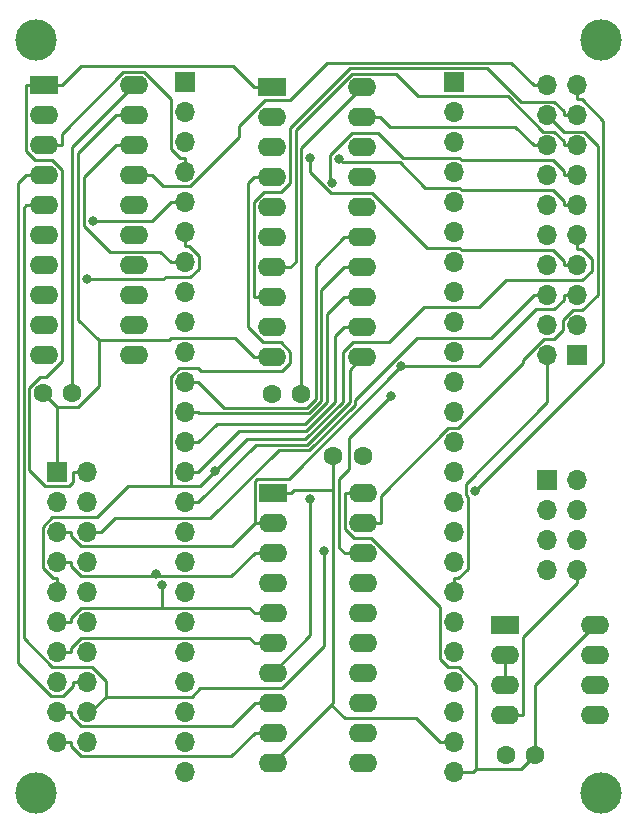
<source format=gbr>
%TF.GenerationSoftware,KiCad,Pcbnew,7.0.1*%
%TF.CreationDate,2023-06-01T10:42:52-07:00*%
%TF.ProjectId,tn_vdp_v2_board,746e5f76-6470-45f7-9632-5f626f617264,rev?*%
%TF.SameCoordinates,Original*%
%TF.FileFunction,Copper,L2,Bot*%
%TF.FilePolarity,Positive*%
%FSLAX46Y46*%
G04 Gerber Fmt 4.6, Leading zero omitted, Abs format (unit mm)*
G04 Created by KiCad (PCBNEW 7.0.1) date 2023-06-01 10:42:52*
%MOMM*%
%LPD*%
G01*
G04 APERTURE LIST*
%TA.AperFunction,ComponentPad*%
%ADD10R,2.400000X1.600000*%
%TD*%
%TA.AperFunction,ComponentPad*%
%ADD11O,2.400000X1.600000*%
%TD*%
%TA.AperFunction,ComponentPad*%
%ADD12R,1.700000X1.700000*%
%TD*%
%TA.AperFunction,ComponentPad*%
%ADD13O,1.700000X1.700000*%
%TD*%
%TA.AperFunction,ComponentPad*%
%ADD14C,1.600000*%
%TD*%
%TA.AperFunction,ComponentPad*%
%ADD15C,3.500000*%
%TD*%
%TA.AperFunction,ViaPad*%
%ADD16C,0.800000*%
%TD*%
%TA.AperFunction,Conductor*%
%ADD17C,0.250000*%
%TD*%
G04 APERTURE END LIST*
D10*
%TO.P,U3,1,DIR*%
%TO.N,VCC*%
X138337000Y-50800000D03*
D11*
%TO.P,U3,2,A0*%
%TO.N,~{RESET}*%
X138337000Y-53340000D03*
%TO.P,U3,3,A1*%
%TO.N,~{INT_3V3}*%
X138337000Y-55880000D03*
%TO.P,U3,4,A2*%
%TO.N,~{CSW}*%
X138337000Y-58420000D03*
%TO.P,U3,5,A3*%
%TO.N,~{CSR}*%
X138337000Y-60960000D03*
%TO.P,U3,6,A4*%
%TO.N,MODE*%
X138337000Y-63500000D03*
%TO.P,U3,7,A5*%
%TO.N,CPUCLK_3V3*%
X138337000Y-66040000D03*
%TO.P,U3,8,A6*%
%TO.N,GROMCLK_3V3*%
X138337000Y-68580000D03*
%TO.P,U3,9,A7*%
%TO.N,MODE1*%
X138337000Y-71120000D03*
%TO.P,U3,10,GND*%
%TO.N,GND*%
X138337000Y-73660000D03*
%TO.P,U3,11,B7*%
%TO.N,MODE1_3V3*%
X145957000Y-73660000D03*
%TO.P,U3,12,B6*%
%TO.N,GROMCLK*%
X145957000Y-71120000D03*
%TO.P,U3,13,B5*%
%TO.N,CPUCLK*%
X145957000Y-68580000D03*
%TO.P,U3,14,B4*%
%TO.N,MODE_3V3*%
X145957000Y-66040000D03*
%TO.P,U3,15,B3*%
%TO.N,~{CSR_3V3}*%
X145957000Y-63500000D03*
%TO.P,U3,16,B2*%
%TO.N,~{CSW_3V3}*%
X145957000Y-60960000D03*
%TO.P,U3,17,B1*%
%TO.N,~{INT}*%
X145957000Y-58420000D03*
%TO.P,U3,18,B0*%
%TO.N,~{RESET_3V3}*%
X145957000Y-55880000D03*
%TO.P,U3,19,~{0E}*%
%TO.N,GND*%
X145957000Y-53340000D03*
%TO.P,U3,20,VCC*%
%TO.N,VCC_3V3*%
X145957000Y-50800000D03*
%TD*%
D12*
%TO.P,J2,1,Pin_1*%
%TO.N,GND*%
X183525000Y-73660000D03*
D13*
%TO.P,J2,2,Pin_2*%
%TO.N,VCC*%
X180985000Y-73660000D03*
%TO.P,J2,3,Pin_3*%
%TO.N,GND*%
X183525000Y-71120000D03*
%TO.P,J2,4,Pin_4*%
%TO.N,CPUCLK*%
X180985000Y-71120000D03*
%TO.P,J2,5,Pin_5*%
%TO.N,CD0*%
X183525000Y-68580000D03*
%TO.P,J2,6,Pin_6*%
%TO.N,GROMCLK*%
X180985000Y-68580000D03*
%TO.P,J2,7,Pin_7*%
%TO.N,CD1*%
X183525000Y-66040000D03*
%TO.P,J2,8,Pin_8*%
%TO.N,AUDIO*%
X180985000Y-66040000D03*
%TO.P,J2,9,Pin_9*%
%TO.N,CD2*%
X183525000Y-63500000D03*
%TO.P,J2,10,Pin_10*%
%TO.N,MODE1*%
X180985000Y-63500000D03*
%TO.P,J2,11,Pin_11*%
%TO.N,CD3*%
X183525000Y-60960000D03*
%TO.P,J2,12,Pin_12*%
%TO.N,~{RESET}*%
X180985000Y-60960000D03*
%TO.P,J2,13,Pin_13*%
%TO.N,CD4*%
X183525000Y-58420000D03*
%TO.P,J2,14,Pin_14*%
%TO.N,MODE*%
X180985000Y-58420000D03*
%TO.P,J2,15,Pin_15*%
%TO.N,CD5*%
X183525000Y-55880000D03*
%TO.P,J2,16,Pin_16*%
%TO.N,~{CSW}*%
X180985000Y-55880000D03*
%TO.P,J2,17,Pin_17*%
%TO.N,CD6*%
X183525000Y-53340000D03*
%TO.P,J2,18,Pin_18*%
%TO.N,~{CSR}*%
X180985000Y-53340000D03*
%TO.P,J2,19,Pin_19*%
%TO.N,CD7*%
X183525000Y-50800000D03*
%TO.P,J2,20,Pin_20*%
%TO.N,~{INT}*%
X180985000Y-50800000D03*
%TD*%
D12*
%TO.P,J3,1,Pin_1*%
%TO.N,MODE_3V3*%
X150261100Y-50535000D03*
D13*
%TO.P,J3,2,Pin_2*%
%TO.N,~{CSW_3V3}*%
X150261100Y-53075000D03*
%TO.P,J3,3,Pin_3*%
%TO.N,~{CSR_3V3}*%
X150261100Y-55615000D03*
%TO.P,J3,4,Pin_4*%
%TO.N,~{INT_3V3}*%
X150261100Y-58155000D03*
%TO.P,J3,5,Pin_5*%
%TO.N,CPUCLK_3V3*%
X150261100Y-60695000D03*
%TO.P,J3,6,Pin_6*%
%TO.N,GROMCLK_3V3*%
X150261100Y-63235000D03*
%TO.P,J3,7,Pin_7*%
%TO.N,~{RESET_3V3}*%
X150261100Y-65775000D03*
%TO.P,J3,8,Pin_8*%
%TO.N,CD0_3V3*%
X150261100Y-68315000D03*
%TO.P,J3,9,Pin_9*%
%TO.N,CD1_3V3*%
X150261100Y-70855000D03*
%TO.P,J3,10,Pin_10*%
%TO.N,CD2_3V3*%
X150261100Y-73395000D03*
%TO.P,J3,11,Pin_11*%
%TO.N,CD3_3V3*%
X150261100Y-75935000D03*
%TO.P,J3,12,Pin_12*%
%TO.N,CD4_3V3*%
X150261100Y-78475000D03*
%TO.P,J3,13,Pin_13*%
%TO.N,CD5_3V3*%
X150261100Y-81015000D03*
%TO.P,J3,14,Pin_14*%
%TO.N,CD6_3V3*%
X150261100Y-83555000D03*
%TO.P,J3,15,Pin_15*%
%TO.N,CD7_3V3*%
X150261100Y-86095000D03*
%TO.P,J3,16,Pin_16*%
%TO.N,MODE1_3V3*%
X150261100Y-88635000D03*
%TO.P,J3,17,Pin_17*%
%TO.N,unconnected-(J3-Pin_17-Pad17)*%
X150261100Y-91175000D03*
%TO.P,J3,18,Pin_18*%
%TO.N,unconnected-(J3-Pin_18-Pad18)*%
X150261100Y-93715000D03*
%TO.P,J3,19,Pin_19*%
%TO.N,unconnected-(J3-Pin_19-Pad19)*%
X150261100Y-96255000D03*
%TO.P,J3,20,Pin_20*%
%TO.N,unconnected-(J3-Pin_20-Pad20)*%
X150261100Y-98795000D03*
%TO.P,J3,21,Pin_21*%
%TO.N,unconnected-(J3-Pin_21-Pad21)*%
X150261100Y-101335000D03*
%TO.P,J3,22,Pin_22*%
%TO.N,unconnected-(J3-Pin_22-Pad22)*%
X150261100Y-103875000D03*
%TO.P,J3,23,Pin_23*%
%TO.N,unconnected-(J3-Pin_23-Pad23)*%
X150261100Y-106415000D03*
%TO.P,J3,24,Pin_24*%
%TO.N,unconnected-(J3-Pin_24-Pad24)*%
X150261100Y-108955000D03*
%TD*%
D14*
%TO.P,C2,1*%
%TO.N,VCC_3V3*%
X160124000Y-76951000D03*
%TO.P,C2,2*%
%TO.N,GND*%
X157624000Y-76951000D03*
%TD*%
D15*
%TO.P,H1,1*%
%TO.N,N/C*%
X137668000Y-46990000D03*
%TD*%
D14*
%TO.P,C4,1*%
%TO.N,VCC_3V3*%
X179955000Y-107500000D03*
%TO.P,C4,2*%
%TO.N,GND*%
X177455000Y-107500000D03*
%TD*%
%TO.P,C1,1*%
%TO.N,VCC_3V3*%
X140750000Y-76835000D03*
%TO.P,C1,2*%
%TO.N,GND*%
X138250000Y-76835000D03*
%TD*%
D10*
%TO.P,U4,1,~{CS}/SHDN*%
%TO.N,ADC_CS*%
X177425000Y-96450000D03*
D11*
%TO.P,U4,2,CH0*%
%TO.N,AUDIO*%
X177425000Y-98990000D03*
%TO.P,U4,3,CH1*%
X177425000Y-101530000D03*
%TO.P,U4,4,VSS*%
%TO.N,GND*%
X177425000Y-104070000D03*
%TO.P,U4,5,DIN*%
%TO.N,ADC_MOSI*%
X185045000Y-104070000D03*
%TO.P,U4,6,DOUT*%
%TO.N,ADC_MISO*%
X185045000Y-101530000D03*
%TO.P,U4,7,CLK*%
%TO.N,ADC_CLK*%
X185045000Y-98990000D03*
%TO.P,U4,8,VDD/VREF*%
%TO.N,VCC_3V3*%
X185045000Y-96450000D03*
%TD*%
D14*
%TO.P,C3,1*%
%TO.N,VCC_3V3*%
X165331000Y-82158000D03*
%TO.P,C3,2*%
%TO.N,GND*%
X162831000Y-82158000D03*
%TD*%
D15*
%TO.P,H3,1*%
%TO.N,N/C*%
X137668000Y-110744000D03*
%TD*%
D12*
%TO.P,J7,1,Pin_1*%
%TO.N,USR1_1V8*%
X180960000Y-84170000D03*
D13*
%TO.P,J7,2,Pin_2*%
%TO.N,GND*%
X183500000Y-84170000D03*
%TO.P,J7,3,Pin_3*%
%TO.N,USR2_1V8*%
X180960000Y-86710000D03*
%TO.P,J7,4,Pin_4*%
%TO.N,GND*%
X183500000Y-86710000D03*
%TO.P,J7,5,Pin_5*%
%TO.N,USR3_1V8*%
X180960000Y-89250000D03*
%TO.P,J7,6,Pin_6*%
%TO.N,GND*%
X183500000Y-89250000D03*
%TO.P,J7,7,Pin_7*%
%TO.N,USR4_1V8*%
X180960000Y-91790000D03*
%TO.P,J7,8,Pin_8*%
%TO.N,GND*%
X183500000Y-91790000D03*
%TD*%
D15*
%TO.P,H4,1*%
%TO.N,N/C*%
X185500000Y-110744000D03*
%TD*%
D12*
%TO.P,J4,1,Pin_1*%
%TO.N,unconnected-(J4-Pin_1-Pad1)*%
X173078000Y-50535000D03*
D13*
%TO.P,J4,2,Pin_2*%
%TO.N,USR1_1V8*%
X173078000Y-53075000D03*
%TO.P,J4,3,Pin_3*%
%TO.N,USR2_1V8*%
X173078000Y-55615000D03*
%TO.P,J4,4,Pin_4*%
%TO.N,USR3_1V8*%
X173078000Y-58155000D03*
%TO.P,J4,5,Pin_5*%
%TO.N,USR4_1V8*%
X173078000Y-60695000D03*
%TO.P,J4,6,Pin_6*%
%TO.N,unconnected-(J4-Pin_6-Pad6)*%
X173078000Y-63235000D03*
%TO.P,J4,7,Pin_7*%
%TO.N,unconnected-(J4-Pin_7-Pad7)*%
X173078000Y-65775000D03*
%TO.P,J4,8,Pin_8*%
%TO.N,unconnected-(J4-Pin_8-Pad8)*%
X173078000Y-68315000D03*
%TO.P,J4,9,Pin_9*%
%TO.N,unconnected-(J4-Pin_9-Pad9)*%
X173078000Y-70855000D03*
%TO.P,J4,10,Pin_10*%
%TO.N,unconnected-(J4-Pin_10-Pad10)*%
X173078000Y-73395000D03*
%TO.P,J4,11,Pin_11*%
%TO.N,unconnected-(J4-Pin_11-Pad11)*%
X173078000Y-75935000D03*
%TO.P,J4,12,Pin_12*%
%TO.N,unconnected-(J4-Pin_12-Pad12)*%
X173078000Y-78475000D03*
%TO.P,J4,13,Pin_13*%
%TO.N,unconnected-(J4-Pin_13-Pad13)*%
X173078000Y-81015000D03*
%TO.P,J4,14,Pin_14*%
%TO.N,unconnected-(J4-Pin_14-Pad14)*%
X173078000Y-83555000D03*
%TO.P,J4,15,Pin_15*%
%TO.N,unconnected-(J4-Pin_15-Pad15)*%
X173078000Y-86095000D03*
%TO.P,J4,16,Pin_16*%
%TO.N,unconnected-(J4-Pin_16-Pad16)*%
X173078000Y-88635000D03*
%TO.P,J4,17,Pin_17*%
%TO.N,unconnected-(J4-Pin_17-Pad17)*%
X173078000Y-91175000D03*
%TO.P,J4,18,Pin_18*%
%TO.N,VCC*%
X173078000Y-93715000D03*
%TO.P,J4,19,Pin_19*%
%TO.N,ADC_CLK*%
X173078000Y-96255000D03*
%TO.P,J4,20,Pin_20*%
%TO.N,ADC_CS*%
X173078000Y-98795000D03*
%TO.P,J4,21,Pin_21*%
%TO.N,ADC_MISO*%
X173078000Y-101335000D03*
%TO.P,J4,22,Pin_22*%
%TO.N,ADC_MOSI*%
X173078000Y-103875000D03*
%TO.P,J4,23,Pin_23*%
%TO.N,GND*%
X173078000Y-106415000D03*
%TO.P,J4,24,Pin_24*%
%TO.N,VCC_3V3*%
X173078000Y-108955000D03*
%TD*%
D10*
%TO.P,U2,1,DIR*%
%TO.N,VCC*%
X157670200Y-50946400D03*
D11*
%TO.P,U2,2,A0*%
%TO.N,CD0*%
X157670200Y-53486400D03*
%TO.P,U2,3,A1*%
%TO.N,CD1*%
X157670200Y-56026400D03*
%TO.P,U2,4,A2*%
%TO.N,CD2*%
X157670200Y-58566400D03*
%TO.P,U2,5,A3*%
%TO.N,CD3*%
X157670200Y-61106400D03*
%TO.P,U2,6,A4*%
%TO.N,CD4*%
X157670200Y-63646400D03*
%TO.P,U2,7,A5*%
%TO.N,CD5*%
X157670200Y-66186400D03*
%TO.P,U2,8,A6*%
%TO.N,CD6*%
X157670200Y-68726400D03*
%TO.P,U2,9,A7*%
%TO.N,CD7*%
X157670200Y-71266400D03*
%TO.P,U2,10,GND*%
%TO.N,GND*%
X157670200Y-73806400D03*
%TO.P,U2,11,B7*%
%TO.N,CD7_3V3*%
X165290200Y-73806400D03*
%TO.P,U2,12,B6*%
%TO.N,CD6_3V3*%
X165290200Y-71266400D03*
%TO.P,U2,13,B5*%
%TO.N,CD5_3V3*%
X165290200Y-68726400D03*
%TO.P,U2,14,B4*%
%TO.N,CD4_3V3*%
X165290200Y-66186400D03*
%TO.P,U2,15,B3*%
%TO.N,CD3_3V3*%
X165290200Y-63646400D03*
%TO.P,U2,16,B2*%
%TO.N,CD2_3V3*%
X165290200Y-61106400D03*
%TO.P,U2,17,B1*%
%TO.N,CD1_3V3*%
X165290200Y-58566400D03*
%TO.P,U2,18,B0*%
%TO.N,CD0_3V3*%
X165290200Y-56026400D03*
%TO.P,U2,19,~{0E}*%
%TO.N,~{CSW}*%
X165290200Y-53486400D03*
%TO.P,U2,20,VCC*%
%TO.N,VCC_3V3*%
X165290200Y-50946400D03*
%TD*%
D15*
%TO.P,H2,1*%
%TO.N,N/C*%
X185500000Y-46990000D03*
%TD*%
D10*
%TO.P,U1,1,DIR*%
%TO.N,GND*%
X157711000Y-85333000D03*
D11*
%TO.P,U1,2,A0*%
%TO.N,CD0*%
X157711000Y-87873000D03*
%TO.P,U1,3,A1*%
%TO.N,CD1*%
X157711000Y-90413000D03*
%TO.P,U1,4,A2*%
%TO.N,CD2*%
X157711000Y-92953000D03*
%TO.P,U1,5,A3*%
%TO.N,CD3*%
X157711000Y-95493000D03*
%TO.P,U1,6,A4*%
%TO.N,CD4*%
X157711000Y-98033000D03*
%TO.P,U1,7,A5*%
%TO.N,CD5*%
X157711000Y-100573000D03*
%TO.P,U1,8,A6*%
%TO.N,CD6*%
X157711000Y-103113000D03*
%TO.P,U1,9,A7*%
%TO.N,CD7*%
X157711000Y-105653000D03*
%TO.P,U1,10,GND*%
%TO.N,GND*%
X157711000Y-108193000D03*
%TO.P,U1,11,B7*%
%TO.N,CD7_3V3*%
X165331000Y-108193000D03*
%TO.P,U1,12,B6*%
%TO.N,CD6_3V3*%
X165331000Y-105653000D03*
%TO.P,U1,13,B5*%
%TO.N,CD5_3V3*%
X165331000Y-103113000D03*
%TO.P,U1,14,B4*%
%TO.N,CD4_3V3*%
X165331000Y-100573000D03*
%TO.P,U1,15,B3*%
%TO.N,CD3_3V3*%
X165331000Y-98033000D03*
%TO.P,U1,16,B2*%
%TO.N,CD2_3V3*%
X165331000Y-95493000D03*
%TO.P,U1,17,B1*%
%TO.N,CD1_3V3*%
X165331000Y-92953000D03*
%TO.P,U1,18,B0*%
%TO.N,CD0_3V3*%
X165331000Y-90413000D03*
%TO.P,U1,19,~{0E}*%
%TO.N,~{CSR}*%
X165331000Y-87873000D03*
%TO.P,U1,20,VCC*%
%TO.N,VCC_3V3*%
X165331000Y-85333000D03*
%TD*%
D12*
%TO.P,J1,1,Pin_1*%
%TO.N,GND*%
X139460000Y-83540000D03*
D13*
%TO.P,J1,2,Pin_2*%
%TO.N,VCC*%
X142000000Y-83540000D03*
%TO.P,J1,3,Pin_3*%
%TO.N,GND*%
X139460000Y-86080000D03*
%TO.P,J1,4,Pin_4*%
%TO.N,CPUCLK*%
X142000000Y-86080000D03*
%TO.P,J1,5,Pin_5*%
%TO.N,CD0*%
X139460000Y-88620000D03*
%TO.P,J1,6,Pin_6*%
%TO.N,GROMCLK*%
X142000000Y-88620000D03*
%TO.P,J1,7,Pin_7*%
%TO.N,CD1*%
X139460000Y-91160000D03*
%TO.P,J1,8,Pin_8*%
%TO.N,AUDIO*%
X142000000Y-91160000D03*
%TO.P,J1,9,Pin_9*%
%TO.N,CD2*%
X139460000Y-93700000D03*
%TO.P,J1,10,Pin_10*%
%TO.N,MODE1*%
X142000000Y-93700000D03*
%TO.P,J1,11,Pin_11*%
%TO.N,CD3*%
X139460000Y-96240000D03*
%TO.P,J1,12,Pin_12*%
%TO.N,~{RESET}*%
X142000000Y-96240000D03*
%TO.P,J1,13,Pin_13*%
%TO.N,CD4*%
X139460000Y-98780000D03*
%TO.P,J1,14,Pin_14*%
%TO.N,MODE*%
X142000000Y-98780000D03*
%TO.P,J1,15,Pin_15*%
%TO.N,CD5*%
X139460000Y-101320000D03*
%TO.P,J1,16,Pin_16*%
%TO.N,~{CSW}*%
X142000000Y-101320000D03*
%TO.P,J1,17,Pin_17*%
%TO.N,CD6*%
X139460000Y-103860000D03*
%TO.P,J1,18,Pin_18*%
%TO.N,~{CSR}*%
X142000000Y-103860000D03*
%TO.P,J1,19,Pin_19*%
%TO.N,CD7*%
X139460000Y-106400000D03*
%TO.P,J1,20,Pin_20*%
%TO.N,~{INT}*%
X142000000Y-106400000D03*
%TD*%
D16*
%TO.N,CPUCLK_3V3*%
X142507900Y-62308900D03*
%TO.N,GROMCLK_3V3*%
X141981700Y-67165200D03*
%TO.N,CD0_3V3*%
X167780300Y-77067800D03*
%TO.N,~{CSR}*%
X162090800Y-90195600D03*
%TO.N,CD7*%
X174862900Y-85103300D03*
%TO.N,CD5*%
X160923000Y-85792800D03*
%TO.N,CD4*%
X162780300Y-59045600D03*
%TO.N,CD3*%
X163332800Y-56986600D03*
X148355700Y-93104000D03*
%TO.N,CD2*%
X152842900Y-83434000D03*
%TO.N,CD1*%
X147882600Y-92147200D03*
X160864700Y-56962100D03*
%TO.N,CD0*%
X168606200Y-74592300D03*
%TD*%
D17*
%TO.N,VCC_3V3*%
X174964000Y-108682200D02*
X178772800Y-108682200D01*
X163805900Y-88361800D02*
X163805900Y-85333000D01*
X165331000Y-85333000D02*
X163805900Y-85333000D01*
X174691200Y-108955000D02*
X174964000Y-108682200D01*
X173078000Y-108955000D02*
X174253100Y-108955000D01*
X173494500Y-100065000D02*
X172599100Y-100065000D01*
X174964000Y-108682200D02*
X174964000Y-101534500D01*
X172599100Y-100065000D02*
X171902800Y-99368700D01*
X164587100Y-89143000D02*
X163805900Y-88361800D01*
X171902800Y-99368700D02*
X171902800Y-94986100D01*
X178772800Y-108682200D02*
X179955000Y-107500000D01*
X174253100Y-108955000D02*
X174691200Y-108955000D01*
X140750000Y-56007000D02*
X145957000Y-50800000D01*
X171902800Y-94986100D02*
X166059700Y-89143000D01*
X140750000Y-76835000D02*
X140750000Y-56007000D01*
X160124000Y-76951000D02*
X160124000Y-56112600D01*
X179955000Y-107500000D02*
X179955000Y-101540000D01*
X166059700Y-89143000D02*
X164587100Y-89143000D01*
X174964000Y-101534500D02*
X173494500Y-100065000D01*
X165290200Y-50946400D02*
X165290000Y-50946400D01*
X179955000Y-101540000D02*
X185045000Y-96450000D01*
X160124000Y-56112600D02*
X165290200Y-50946400D01*
%TO.N,GND*%
X139438900Y-78023900D02*
X138250000Y-76835000D01*
X144431900Y-53340000D02*
X141256600Y-56515300D01*
X148925000Y-72390000D02*
X142986300Y-72390000D01*
X156145100Y-73806400D02*
X154542100Y-72203400D01*
X177425000Y-104070000D02*
X178950100Y-104070000D01*
X142986300Y-72390000D02*
X142986300Y-76267100D01*
X139460000Y-78023900D02*
X139438900Y-78023900D01*
X178950100Y-104070000D02*
X178950100Y-97515000D01*
X171902900Y-106415000D02*
X169870900Y-104383000D01*
X154542100Y-72203400D02*
X149111600Y-72203400D01*
X173078000Y-106415000D02*
X171902900Y-106415000D01*
X163805800Y-104383000D02*
X162663400Y-103240600D01*
X141229500Y-78023900D02*
X139460000Y-78023900D01*
X145957000Y-53340000D02*
X144431900Y-53340000D01*
X142986300Y-76267100D02*
X141229500Y-78023900D01*
X159532900Y-85036200D02*
X159236100Y-85333000D01*
X162831000Y-85036200D02*
X159532900Y-85036200D01*
X178950100Y-97515000D02*
X183500000Y-92965100D01*
X149111600Y-72203400D02*
X148925000Y-72390000D01*
X157670200Y-73806400D02*
X156145100Y-73806400D01*
X139460000Y-78023900D02*
X139460000Y-83540000D01*
X141256600Y-56515300D02*
X141256600Y-70660300D01*
X157711000Y-85333000D02*
X159236100Y-85333000D01*
X162831000Y-103073000D02*
X157711000Y-108193000D01*
X169870900Y-104383000D02*
X163805800Y-104383000D01*
X141256600Y-70660300D02*
X142986300Y-72390000D01*
X162831000Y-82158000D02*
X162831000Y-103073000D01*
X183500000Y-91790000D02*
X183500000Y-92965100D01*
%TO.N,AUDIO*%
X177425000Y-101530000D02*
X177425000Y-98990000D01*
%TO.N,VCC*%
X173445200Y-92539900D02*
X174260500Y-91724600D01*
X140824900Y-84347900D02*
X140457600Y-84715200D01*
X136811900Y-56368000D02*
X136811900Y-50800000D01*
X138501300Y-75491000D02*
X139862200Y-74130100D01*
X174260500Y-91724600D02*
X174260500Y-85615500D01*
X154390700Y-49192000D02*
X156145100Y-50946400D01*
X140457600Y-84715200D02*
X138416200Y-84715200D01*
X137087700Y-76392400D02*
X137989100Y-75491000D01*
X174087000Y-84530800D02*
X180985000Y-77632800D01*
X140824900Y-83540000D02*
X140824900Y-84347900D01*
X141470100Y-49192000D02*
X154390700Y-49192000D01*
X139862100Y-50800000D02*
X141470100Y-49192000D01*
X139065700Y-57150000D02*
X137593900Y-57150000D01*
X137903400Y-50800000D02*
X138337000Y-50800000D01*
X157670200Y-50946400D02*
X156145100Y-50946400D01*
X138337000Y-50800000D02*
X139862100Y-50800000D01*
X137989100Y-75491000D02*
X138501300Y-75491000D01*
X137903400Y-50800000D02*
X136811900Y-50800000D01*
X139862200Y-57946500D02*
X139065700Y-57150000D01*
X173078000Y-93715000D02*
X173078000Y-92539900D01*
X174087000Y-85442000D02*
X174087000Y-84530800D01*
X138416200Y-84715200D02*
X137087700Y-83386700D01*
X174260500Y-85615500D02*
X174087000Y-85442000D01*
X137593900Y-57150000D02*
X136811900Y-56368000D01*
X180985000Y-77632800D02*
X180985000Y-73660000D01*
X137087700Y-83386700D02*
X137087700Y-76392400D01*
X142000000Y-83540000D02*
X140824900Y-83540000D01*
X139862200Y-74130100D02*
X139862200Y-57946500D01*
X173078000Y-92539900D02*
X173445200Y-92539900D01*
%TO.N,~{INT_3V3}*%
X138337000Y-55880000D02*
X139862100Y-55880000D01*
X149086000Y-51934600D02*
X146821100Y-49669700D01*
X150261100Y-58155000D02*
X150261100Y-56979900D01*
X149893800Y-56979900D02*
X149086000Y-56172100D01*
X145076700Y-49669700D02*
X139862100Y-54884300D01*
X146821100Y-49669700D02*
X145076700Y-49669700D01*
X150261100Y-56979900D02*
X149893800Y-56979900D01*
X139862100Y-54884300D02*
X139862100Y-55880000D01*
X149086000Y-56172100D02*
X149086000Y-51934600D01*
%TO.N,CPUCLK_3V3*%
X150261100Y-60695000D02*
X149086000Y-60695000D01*
X147472100Y-62308900D02*
X142507900Y-62308900D01*
X149086000Y-60695000D02*
X147472100Y-62308900D01*
%TO.N,GROMCLK_3V3*%
X148511200Y-67165200D02*
X141981700Y-67165200D01*
X148630200Y-67046200D02*
X148511200Y-67165200D01*
X150731400Y-67046200D02*
X148630200Y-67046200D01*
X150628300Y-64410100D02*
X151468800Y-65250600D01*
X150261100Y-63235000D02*
X150261100Y-64410100D01*
X150261100Y-64410100D02*
X150628300Y-64410100D01*
X151468800Y-66308800D02*
X150731400Y-67046200D01*
X151468800Y-65250600D02*
X151468800Y-66308800D01*
%TO.N,~{RESET_3V3}*%
X148171300Y-64860300D02*
X143966600Y-64860300D01*
X149086000Y-65775000D02*
X148171300Y-64860300D01*
X145957000Y-55880000D02*
X144431900Y-55880000D01*
X143966600Y-64860300D02*
X141782000Y-62675700D01*
X150261100Y-65775000D02*
X149086000Y-65775000D01*
X141782000Y-58529900D02*
X144431900Y-55880000D01*
X141782000Y-62675700D02*
X141782000Y-58529900D01*
%TO.N,CD0_3V3*%
X163805900Y-90413000D02*
X163339000Y-89946100D01*
X164205800Y-83251600D02*
X164205800Y-80642300D01*
X163339000Y-84118400D02*
X164205800Y-83251600D01*
X165331000Y-90413000D02*
X163805900Y-90413000D01*
X164205800Y-80642300D02*
X167780300Y-77067800D01*
X163339000Y-89946100D02*
X163339000Y-84118400D01*
%TO.N,CD3_3V3*%
X165290200Y-63646400D02*
X163765100Y-63646400D01*
X153579600Y-78078400D02*
X151436200Y-75935000D01*
X161365500Y-66046000D02*
X161365500Y-77308800D01*
X161365500Y-77308800D02*
X160595900Y-78078400D01*
X150261100Y-75935000D02*
X151436200Y-75935000D01*
X163765100Y-63646400D02*
X161365500Y-66046000D01*
X160595900Y-78078400D02*
X153579600Y-78078400D01*
%TO.N,CD4_3V3*%
X160779600Y-78532800D02*
X161815700Y-77496700D01*
X150261100Y-78475000D02*
X151436200Y-78475000D01*
X161815700Y-68135800D02*
X163765100Y-66186400D01*
X151436200Y-78475000D02*
X151494000Y-78532800D01*
X151494000Y-78532800D02*
X160779600Y-78532800D01*
X165290200Y-66186400D02*
X163765100Y-66186400D01*
X161815700Y-77496700D02*
X161815700Y-68135800D01*
%TO.N,CD5_3V3*%
X165290200Y-68726400D02*
X163765100Y-68726400D01*
X151436200Y-81015000D02*
X152972900Y-79478300D01*
X150261100Y-81015000D02*
X151436200Y-81015000D01*
X162331700Y-77617400D02*
X162331700Y-70159800D01*
X152972900Y-79478300D02*
X160470800Y-79478300D01*
X160470800Y-79478300D02*
X162331700Y-77617400D01*
X162331700Y-70159800D02*
X163765100Y-68726400D01*
%TO.N,CD6_3V3*%
X150261100Y-83555000D02*
X151436200Y-83555000D01*
X154908700Y-80082500D02*
X160503300Y-80082500D01*
X165290200Y-71266400D02*
X163765100Y-71266400D01*
X163020300Y-77565500D02*
X163020300Y-72011200D01*
X151436200Y-83555000D02*
X154908700Y-80082500D01*
X163020300Y-72011200D02*
X163765100Y-71266400D01*
X160503300Y-80082500D02*
X163020300Y-77565500D01*
%TO.N,CD7_3V3*%
X160651400Y-81207700D02*
X164225200Y-77633900D01*
X164225200Y-77633900D02*
X164225200Y-74871400D01*
X150261100Y-86095000D02*
X151436200Y-86095000D01*
X164225200Y-74871400D02*
X165290200Y-73806400D01*
X151436200Y-86095000D02*
X156323500Y-81207700D01*
X156323500Y-81207700D02*
X160651400Y-81207700D01*
%TO.N,~{CSW}*%
X140824900Y-101320000D02*
X140824900Y-101687200D01*
X136181300Y-59050600D02*
X136811900Y-58420000D01*
X180985000Y-55880000D02*
X179809900Y-55880000D01*
X178274900Y-54345000D02*
X167673900Y-54345000D01*
X165290200Y-53486400D02*
X166815300Y-53486400D01*
X142000000Y-101320000D02*
X140824900Y-101320000D01*
X140824900Y-101687200D02*
X140001500Y-102510600D01*
X136181300Y-99719000D02*
X136181300Y-59050600D01*
X138337000Y-58420000D02*
X136811900Y-58420000D01*
X167673900Y-54345000D02*
X166815300Y-53486400D01*
X140001500Y-102510600D02*
X138972900Y-102510600D01*
X138972900Y-102510600D02*
X136181300Y-99719000D01*
X179809900Y-55880000D02*
X178274900Y-54345000D01*
%TO.N,~{CSR}*%
X136637300Y-61134600D02*
X136811900Y-60960000D01*
X142293800Y-103860000D02*
X143614700Y-102539100D01*
X182287400Y-71518500D02*
X182287400Y-70672900D01*
X172538300Y-79839800D02*
X173375200Y-79839800D01*
X142448000Y-100050000D02*
X139066800Y-100050000D01*
X180685200Y-72295200D02*
X181510700Y-72295200D01*
X181510700Y-72295200D02*
X182287400Y-71518500D01*
X138337000Y-60960000D02*
X136811900Y-60960000D01*
X139066800Y-100050000D02*
X136637300Y-97620500D01*
X142000000Y-103860000D02*
X142293800Y-103860000D01*
X166856100Y-85522000D02*
X172538300Y-79839800D01*
X143614700Y-102539100D02*
X143614700Y-101216700D01*
X185245500Y-68524100D02*
X185245500Y-55908400D01*
X178949500Y-74030900D02*
X180685200Y-72295200D01*
X183919600Y-69850000D02*
X185245500Y-68524100D01*
X158508500Y-101843000D02*
X162090800Y-98260700D01*
X183110300Y-69850000D02*
X183919600Y-69850000D01*
X151581100Y-101843000D02*
X158508500Y-101843000D01*
X178949500Y-74265500D02*
X178949500Y-74030900D01*
X185245500Y-55908400D02*
X184041900Y-54704800D01*
X184041900Y-54704800D02*
X182349800Y-54704800D01*
X143614700Y-101216700D02*
X142448000Y-100050000D01*
X182287400Y-70672900D02*
X183110300Y-69850000D01*
X165331000Y-87873000D02*
X166856100Y-87873000D01*
X173375200Y-79839800D02*
X178949500Y-74265500D01*
X182349800Y-54704800D02*
X180985000Y-53340000D01*
X150885000Y-102539100D02*
X151581100Y-101843000D01*
X136637300Y-97620500D02*
X136637300Y-61134600D01*
X166856100Y-87873000D02*
X166856100Y-85522000D01*
X143614700Y-102539100D02*
X150885000Y-102539100D01*
X162090800Y-98260700D02*
X162090800Y-90195600D01*
%TO.N,~{INT}*%
X180985000Y-50800000D02*
X179809900Y-50800000D01*
X150742200Y-59340300D02*
X154895200Y-55187300D01*
X157039300Y-52071600D02*
X159159800Y-52071600D01*
X177900800Y-48890900D02*
X179809900Y-50800000D01*
X148402400Y-59340300D02*
X150742200Y-59340300D01*
X162340500Y-48890900D02*
X177900800Y-48890900D01*
X154895200Y-55187300D02*
X154895200Y-54215700D01*
X147482100Y-58420000D02*
X148402400Y-59340300D01*
X145957000Y-58420000D02*
X147482100Y-58420000D01*
X154895200Y-54215700D02*
X157039300Y-52071600D01*
X159159800Y-52071600D02*
X162340500Y-48890900D01*
%TO.N,CD7*%
X157711000Y-105653000D02*
X156185900Y-105653000D01*
X174862900Y-85103300D02*
X185695700Y-74270500D01*
X154231100Y-107607800D02*
X156185900Y-105653000D01*
X185695700Y-53780600D02*
X183890200Y-51975100D01*
X185695700Y-74270500D02*
X185695700Y-53780600D01*
X140635100Y-106767200D02*
X141475700Y-107607800D01*
X183890200Y-51975100D02*
X183525000Y-51975100D01*
X139460000Y-106400000D02*
X140635100Y-106400000D01*
X141475700Y-107607800D02*
X154231100Y-107607800D01*
X140635100Y-106400000D02*
X140635100Y-106767200D01*
X183525000Y-50800000D02*
X183525000Y-51975100D01*
%TO.N,CD6*%
X157670200Y-68726400D02*
X156145100Y-68726400D01*
X159195300Y-54377300D02*
X164231500Y-49341100D01*
X164231500Y-49341100D02*
X175905200Y-49341100D01*
X141470600Y-105062700D02*
X154236200Y-105062700D01*
X154236200Y-105062700D02*
X156185900Y-103113000D01*
X178729000Y-52164900D02*
X181542100Y-52164900D01*
X157711000Y-103113000D02*
X156185900Y-103113000D01*
X182349900Y-52972700D02*
X182349900Y-53340000D01*
X140635100Y-103860000D02*
X140635100Y-104227200D01*
X158442800Y-59792500D02*
X159195300Y-59040000D01*
X159195300Y-59040000D02*
X159195300Y-54377300D01*
X156982000Y-59792500D02*
X158442800Y-59792500D01*
X183525000Y-53340000D02*
X182349900Y-53340000D01*
X175905200Y-49341100D02*
X178729000Y-52164900D01*
X139460000Y-103860000D02*
X140635100Y-103860000D01*
X181542100Y-52164900D02*
X182349900Y-52972700D01*
X140635100Y-104227200D02*
X141470600Y-105062700D01*
X156145100Y-60629400D02*
X156982000Y-59792500D01*
X156145100Y-68726400D02*
X156145100Y-60629400D01*
%TO.N,CD5*%
X160923000Y-97361000D02*
X160923000Y-85792800D01*
X182349900Y-55880000D02*
X182349900Y-55512700D01*
X181542100Y-54704900D02*
X180632300Y-54704900D01*
X164418000Y-49791300D02*
X159673800Y-54535500D01*
X157711000Y-100573000D02*
X160923000Y-97361000D01*
X170048700Y-51710200D02*
X168129800Y-49791300D01*
X159673800Y-65707900D02*
X159195300Y-66186400D01*
X177637600Y-51710200D02*
X170048700Y-51710200D01*
X168129800Y-49791300D02*
X164418000Y-49791300D01*
X183525000Y-55880000D02*
X182349900Y-55880000D01*
X159673800Y-54535500D02*
X159673800Y-65707900D01*
X180632300Y-54704900D02*
X177637600Y-51710200D01*
X157670200Y-66186400D02*
X159195300Y-66186400D01*
X182349900Y-55512700D02*
X181542100Y-54704900D01*
%TO.N,CD4*%
X141459400Y-97588500D02*
X155741400Y-97588500D01*
X162780300Y-59045600D02*
X162566200Y-58831500D01*
X166679600Y-54850400D02*
X168752900Y-56923700D01*
X162566200Y-58831500D02*
X162566200Y-56690700D01*
X140635100Y-98412800D02*
X141459400Y-97588500D01*
X157711000Y-98033000D02*
X156185900Y-98033000D01*
X173735000Y-57150000D02*
X181445100Y-57150000D01*
X139460000Y-98780000D02*
X140635100Y-98780000D01*
X182349900Y-58054800D02*
X182349900Y-58420000D01*
X173508700Y-56923700D02*
X173735000Y-57150000D01*
X183525000Y-58420000D02*
X182349900Y-58420000D01*
X140635100Y-98780000D02*
X140635100Y-98412800D01*
X155741400Y-97588500D02*
X156185900Y-98033000D01*
X168752900Y-56923700D02*
X173508700Y-56923700D01*
X164406500Y-54850400D02*
X166679600Y-54850400D01*
X162566200Y-56690700D02*
X164406500Y-54850400D01*
X181445100Y-57150000D02*
X182349900Y-58054800D01*
%TO.N,CD3*%
X155741400Y-95048500D02*
X156185900Y-95493000D01*
X139460000Y-96240000D02*
X140635100Y-96240000D01*
X141459400Y-95048500D02*
X148355700Y-95048500D01*
X140635100Y-95872800D02*
X141459400Y-95048500D01*
X148355700Y-95048500D02*
X155741400Y-95048500D01*
X173508700Y-59463700D02*
X173735000Y-59690000D01*
X183525000Y-60960000D02*
X182349900Y-60960000D01*
X148355700Y-95048500D02*
X148355700Y-93104000D01*
X140635100Y-96240000D02*
X140635100Y-95872800D01*
X181445100Y-59690000D02*
X182349900Y-60594800D01*
X163332800Y-56986600D02*
X163642600Y-57296400D01*
X168488900Y-57296400D02*
X170656200Y-59463700D01*
X157711000Y-95493000D02*
X156185900Y-95493000D01*
X170656200Y-59463700D02*
X173508700Y-59463700D01*
X163642600Y-57296400D02*
X168488900Y-57296400D01*
X182349900Y-60594800D02*
X182349900Y-60960000D01*
X173735000Y-59690000D02*
X181445100Y-59690000D01*
%TO.N,CD2*%
X163662600Y-77559900D02*
X163662600Y-73405600D01*
X155656400Y-59055100D02*
X156145100Y-58566400D01*
X158502600Y-74985300D02*
X159212500Y-74275400D01*
X163662600Y-73405600D02*
X164531800Y-72536400D01*
X184750800Y-66485300D02*
X184750800Y-65533700D01*
X183525000Y-63500000D02*
X183525000Y-64675100D01*
X184750800Y-65533700D02*
X183892200Y-64675100D01*
X149784600Y-74749200D02*
X151436300Y-74749200D01*
X175203100Y-69585000D02*
X177478100Y-67310000D01*
X151436300Y-74749200D02*
X151672400Y-74985300D01*
X183892200Y-64675100D02*
X183525000Y-64675100D01*
X160464900Y-80757600D02*
X163662600Y-77559900D01*
X149085200Y-84734100D02*
X151542800Y-84734100D01*
X164531800Y-72536400D02*
X167600100Y-72536400D01*
X151542800Y-84734100D02*
X152842900Y-83434000D01*
X159212500Y-74275400D02*
X159212500Y-73332600D01*
X139092800Y-92524900D02*
X138238600Y-91670700D01*
X170551500Y-69585000D02*
X175203100Y-69585000D01*
X145435800Y-84734100D02*
X149085200Y-84734100D01*
X138238600Y-91670700D02*
X138238600Y-88143100D01*
X152842900Y-83434000D02*
X155519300Y-80757600D01*
X149085200Y-84734100D02*
X149085200Y-75448600D01*
X149085200Y-75448600D02*
X149784600Y-74749200D01*
X139460000Y-92524900D02*
X139092800Y-92524900D01*
X159212500Y-73332600D02*
X158416300Y-72536400D01*
X157670200Y-58566400D02*
X156145100Y-58566400D01*
X138238600Y-88143100D02*
X139031700Y-87350000D01*
X155656400Y-71257900D02*
X155656400Y-59055100D01*
X155519300Y-80757600D02*
X160464900Y-80757600D01*
X158416300Y-72536400D02*
X156934900Y-72536400D01*
X156934900Y-72536400D02*
X155656400Y-71257900D01*
X151672400Y-74985300D02*
X158502600Y-74985300D01*
X139460000Y-93700000D02*
X139460000Y-92524900D01*
X167600100Y-72536400D02*
X170551500Y-69585000D01*
X142819900Y-87350000D02*
X145435800Y-84734100D01*
X177478100Y-67310000D02*
X183926100Y-67310000D01*
X183926100Y-67310000D02*
X184750800Y-66485300D01*
X139031700Y-87350000D02*
X142819900Y-87350000D01*
%TO.N,CD1*%
X182349900Y-66040000D02*
X182349900Y-65674800D01*
X154225900Y-92373000D02*
X156185900Y-90413000D01*
X166138900Y-59913900D02*
X162623200Y-59913900D01*
X147882600Y-92147200D02*
X148108400Y-92373000D01*
X147662000Y-92367800D02*
X147882600Y-92147200D01*
X140635100Y-91160000D02*
X140635100Y-91527200D01*
X140635100Y-91527200D02*
X141475700Y-92367800D01*
X182349900Y-65674800D02*
X181445100Y-64770000D01*
X173735000Y-64770000D02*
X173508700Y-64543700D01*
X139460000Y-91160000D02*
X140635100Y-91160000D01*
X157711000Y-90413000D02*
X156185900Y-90413000D01*
X162623200Y-59913900D02*
X160864700Y-58155400D01*
X170768700Y-64543700D02*
X166138900Y-59913900D01*
X173508700Y-64543700D02*
X170768700Y-64543700D01*
X183525000Y-66040000D02*
X182349900Y-66040000D01*
X141475700Y-92367800D02*
X147662000Y-92367800D01*
X181445100Y-64770000D02*
X173735000Y-64770000D01*
X148108400Y-92373000D02*
X154225900Y-92373000D01*
X160864700Y-58155400D02*
X160864700Y-56962100D01*
%TO.N,CD0*%
X140635100Y-88987200D02*
X141470600Y-89822700D01*
X154236200Y-89822700D02*
X156185900Y-87873000D01*
X141470600Y-89822700D02*
X154236200Y-89822700D01*
X156404900Y-84108300D02*
X159090200Y-84108300D01*
X175217900Y-74592300D02*
X168606200Y-74592300D01*
X156185900Y-84327300D02*
X156404900Y-84108300D01*
X180055100Y-69755100D02*
X175217900Y-74592300D01*
X156185900Y-87873000D02*
X156185900Y-84327300D01*
X140635100Y-88620000D02*
X140635100Y-88987200D01*
X183525000Y-68580000D02*
X182349900Y-68580000D01*
X182349900Y-68580000D02*
X182349900Y-68947300D01*
X182349900Y-68947300D02*
X181542100Y-69755100D01*
X139460000Y-88620000D02*
X140635100Y-88620000D01*
X159090200Y-84108300D02*
X168606200Y-74592300D01*
X157711000Y-87873000D02*
X156185900Y-87873000D01*
X181542100Y-69755100D02*
X180055100Y-69755100D01*
%TO.N,GROMCLK*%
X142000000Y-88620000D02*
X143175100Y-88620000D01*
X158218700Y-81657800D02*
X160837900Y-81657800D01*
X152431600Y-87444900D02*
X158218700Y-81657800D01*
X144350200Y-87444900D02*
X152431600Y-87444900D01*
X164675300Y-77820400D02*
X164675300Y-77425200D01*
X169935500Y-72165000D02*
X176224900Y-72165000D01*
X164675300Y-77425200D02*
X169935500Y-72165000D01*
X180985000Y-68580000D02*
X179809900Y-68580000D01*
X143175100Y-88620000D02*
X144350200Y-87444900D01*
X160837900Y-81657800D02*
X164675300Y-77820400D01*
X176224900Y-72165000D02*
X179809900Y-68580000D01*
%TD*%
M02*

</source>
